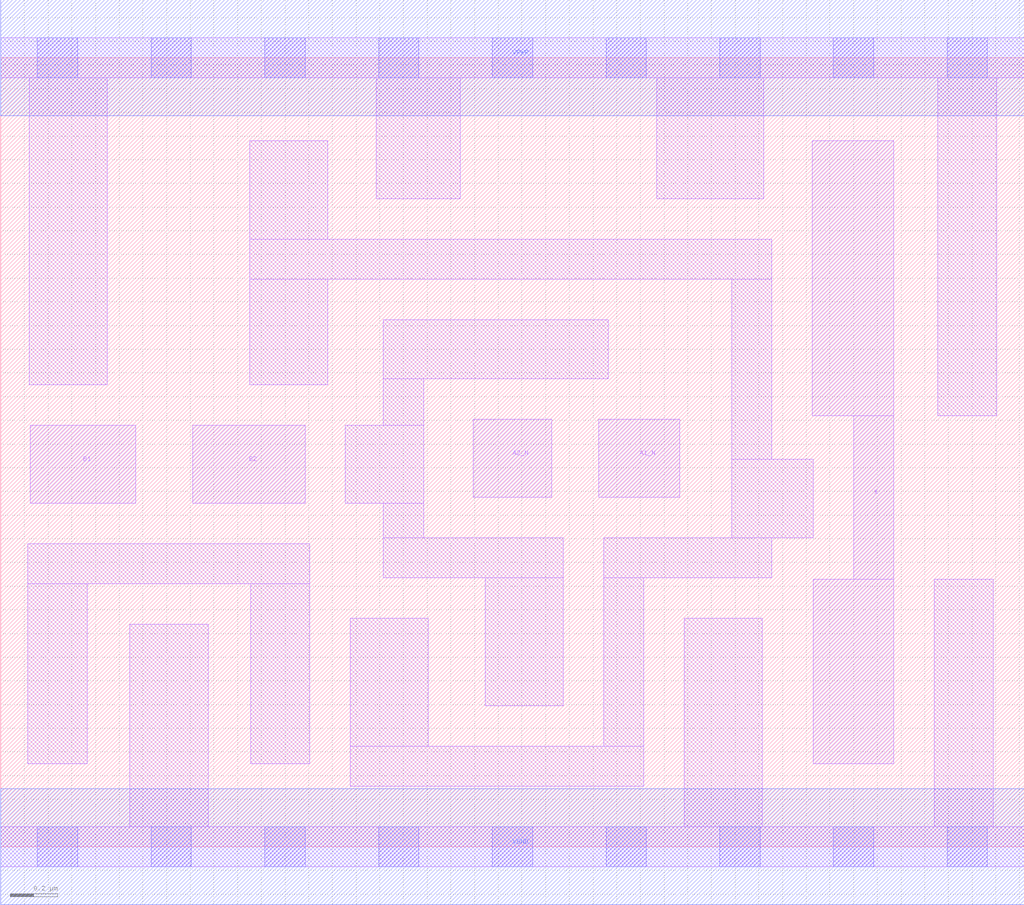
<source format=lef>
# Copyright 2020 The SkyWater PDK Authors
#
# Licensed under the Apache License, Version 2.0 (the "License");
# you may not use this file except in compliance with the License.
# You may obtain a copy of the License at
#
#     https://www.apache.org/licenses/LICENSE-2.0
#
# Unless required by applicable law or agreed to in writing, software
# distributed under the License is distributed on an "AS IS" BASIS,
# WITHOUT WARRANTIES OR CONDITIONS OF ANY KIND, either express or implied.
# See the License for the specific language governing permissions and
# limitations under the License.
#
# SPDX-License-Identifier: Apache-2.0

VERSION 5.7 ;
  NAMESCASESENSITIVE ON ;
  NOWIREEXTENSIONATPIN ON ;
  DIVIDERCHAR "/" ;
  BUSBITCHARS "[]" ;
UNITS
  DATABASE MICRONS 200 ;
END UNITS
MACRO sky130_fd_sc_ms__o2bb2a_2
  CLASS CORE ;
  SOURCE USER ;
  FOREIGN sky130_fd_sc_ms__o2bb2a_2 ;
  ORIGIN  0.000000  0.000000 ;
  SIZE  4.320000 BY  3.330000 ;
  SYMMETRY X Y ;
  SITE unit ;
  PIN A1_N
    ANTENNAGATEAREA  0.247200 ;
    DIRECTION INPUT ;
    USE SIGNAL ;
    PORT
      LAYER li1 ;
        RECT 2.525000 1.475000 2.865000 1.805000 ;
    END
  END A1_N
  PIN A2_N
    ANTENNAGATEAREA  0.247200 ;
    DIRECTION INPUT ;
    USE SIGNAL ;
    PORT
      LAYER li1 ;
        RECT 1.995000 1.475000 2.325000 1.805000 ;
    END
  END A2_N
  PIN B1
    ANTENNAGATEAREA  0.291000 ;
    DIRECTION INPUT ;
    USE SIGNAL ;
    PORT
      LAYER li1 ;
        RECT 0.125000 1.450000 0.570000 1.780000 ;
    END
  END B1
  PIN B2
    ANTENNAGATEAREA  0.291000 ;
    DIRECTION INPUT ;
    USE SIGNAL ;
    PORT
      LAYER li1 ;
        RECT 0.810000 1.450000 1.285000 1.780000 ;
    END
  END B2
  PIN X
    ANTENNADIFFAREA  0.509600 ;
    DIRECTION OUTPUT ;
    USE SIGNAL ;
    PORT
      LAYER li1 ;
        RECT 3.425000 1.820000 3.770000 2.980000 ;
        RECT 3.430000 0.350000 3.770000 1.130000 ;
        RECT 3.600000 1.130000 3.770000 1.820000 ;
    END
  END X
  PIN VGND
    DIRECTION INOUT ;
    USE GROUND ;
    PORT
      LAYER met1 ;
        RECT 0.000000 -0.245000 4.320000 0.245000 ;
    END
  END VGND
  PIN VPWR
    DIRECTION INOUT ;
    USE POWER ;
    PORT
      LAYER met1 ;
        RECT 0.000000 3.085000 4.320000 3.575000 ;
    END
  END VPWR
  OBS
    LAYER li1 ;
      RECT 0.000000 -0.085000 4.320000 0.085000 ;
      RECT 0.000000  3.245000 4.320000 3.415000 ;
      RECT 0.115000  0.350000 0.365000 1.110000 ;
      RECT 0.115000  1.110000 1.305000 1.280000 ;
      RECT 0.120000  1.950000 0.450000 3.245000 ;
      RECT 0.545000  0.085000 0.875000 0.940000 ;
      RECT 1.050000  1.950000 1.380000 2.395000 ;
      RECT 1.050000  2.395000 3.255000 2.565000 ;
      RECT 1.050000  2.565000 1.380000 2.980000 ;
      RECT 1.055000  0.350000 1.305000 1.110000 ;
      RECT 1.455000  1.450000 1.785000 1.780000 ;
      RECT 1.475000  0.255000 2.715000 0.425000 ;
      RECT 1.475000  0.425000 1.805000 0.965000 ;
      RECT 1.585000  2.735000 1.940000 3.245000 ;
      RECT 1.615000  1.135000 2.375000 1.305000 ;
      RECT 1.615000  1.305000 1.785000 1.450000 ;
      RECT 1.615000  1.780000 1.785000 1.975000 ;
      RECT 1.615000  1.975000 2.565000 2.225000 ;
      RECT 2.045000  0.595000 2.375000 1.135000 ;
      RECT 2.545000  0.425000 2.715000 1.135000 ;
      RECT 2.545000  1.135000 3.255000 1.305000 ;
      RECT 2.770000  2.735000 3.220000 3.245000 ;
      RECT 2.885000  0.085000 3.215000 0.965000 ;
      RECT 3.085000  1.305000 3.430000 1.635000 ;
      RECT 3.085000  1.635000 3.255000 2.395000 ;
      RECT 3.940000  0.085000 4.190000 1.130000 ;
      RECT 3.955000  1.820000 4.205000 3.245000 ;
    LAYER mcon ;
      RECT 0.155000 -0.085000 0.325000 0.085000 ;
      RECT 0.155000  3.245000 0.325000 3.415000 ;
      RECT 0.635000 -0.085000 0.805000 0.085000 ;
      RECT 0.635000  3.245000 0.805000 3.415000 ;
      RECT 1.115000 -0.085000 1.285000 0.085000 ;
      RECT 1.115000  3.245000 1.285000 3.415000 ;
      RECT 1.595000 -0.085000 1.765000 0.085000 ;
      RECT 1.595000  3.245000 1.765000 3.415000 ;
      RECT 2.075000 -0.085000 2.245000 0.085000 ;
      RECT 2.075000  3.245000 2.245000 3.415000 ;
      RECT 2.555000 -0.085000 2.725000 0.085000 ;
      RECT 2.555000  3.245000 2.725000 3.415000 ;
      RECT 3.035000 -0.085000 3.205000 0.085000 ;
      RECT 3.035000  3.245000 3.205000 3.415000 ;
      RECT 3.515000 -0.085000 3.685000 0.085000 ;
      RECT 3.515000  3.245000 3.685000 3.415000 ;
      RECT 3.995000 -0.085000 4.165000 0.085000 ;
      RECT 3.995000  3.245000 4.165000 3.415000 ;
  END
END sky130_fd_sc_ms__o2bb2a_2

</source>
